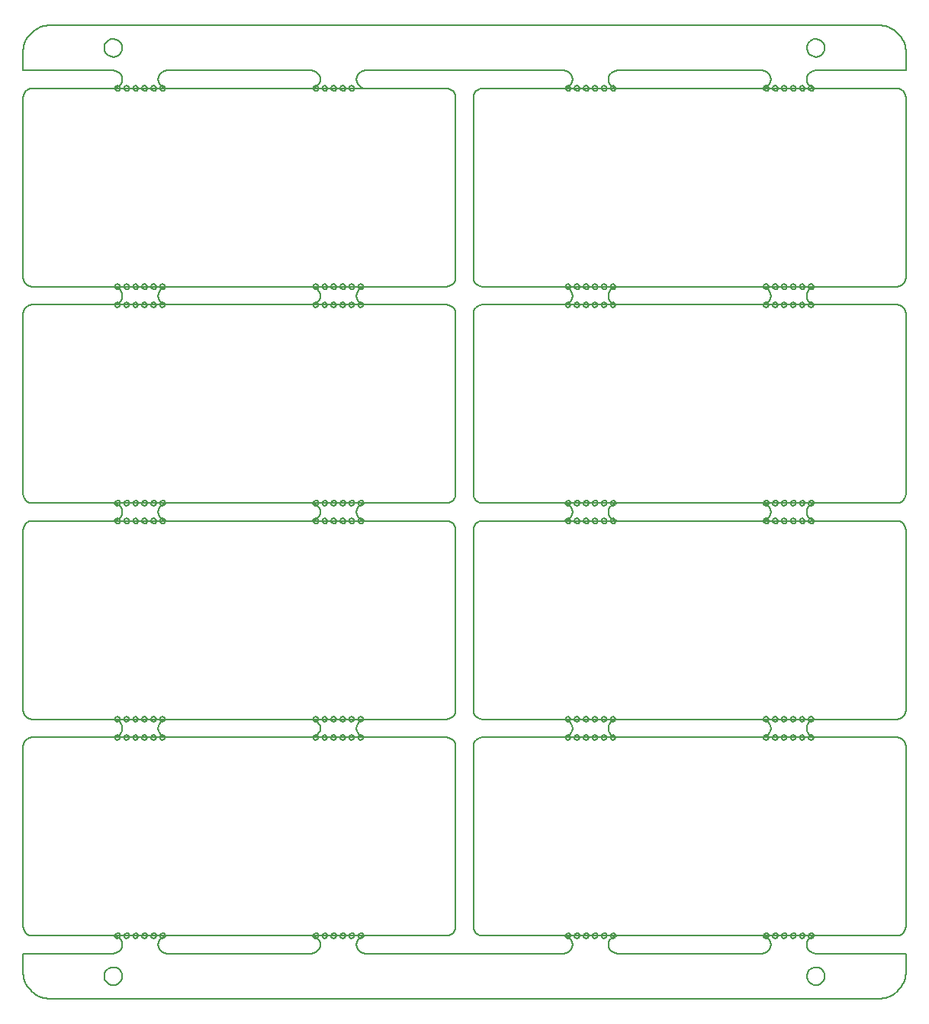
<source format=gbp>
G04*
G04 #@! TF.GenerationSoftware,Altium Limited,Altium Designer,18.0.7 (293)*
G04*
G04 Layer_Color=128*
%FSLAX25Y25*%
%MOIN*%
G70*
G01*
G75*
%ADD21C,0.00787*%
G54D21*
X264020Y554453D02*
X263575Y555376D01*
X262576Y555604D01*
X261774Y554965D01*
Y553940D01*
X262576Y553301D01*
X263575Y553529D01*
X264020Y554453D01*
X283705D02*
X283260Y555376D01*
X282261Y555604D01*
X281459Y554965D01*
Y553940D01*
X282261Y553301D01*
X283260Y553529D01*
X283705Y554453D01*
X567169D02*
X566725Y555376D01*
X565725Y555604D01*
X564924Y554965D01*
Y553940D01*
X565725Y553301D01*
X566725Y553529D01*
X567169Y554453D01*
X480555D02*
X480110Y555376D01*
X479111Y555604D01*
X478310Y554965D01*
Y553940D01*
X479111Y553301D01*
X480110Y553529D01*
X480555Y554453D01*
X283705Y459965D02*
X283260Y460888D01*
X282261Y461116D01*
X281459Y460477D01*
Y459452D01*
X282261Y458813D01*
X283260Y459041D01*
X283705Y459965D01*
Y467839D02*
X283260Y468762D01*
X282261Y468990D01*
X281459Y468351D01*
Y467326D01*
X282261Y466687D01*
X283260Y466915D01*
X283705Y467839D01*
X370319Y459965D02*
X369874Y460888D01*
X368875Y461116D01*
X368074Y460477D01*
Y459452D01*
X368875Y458813D01*
X369874Y459041D01*
X370319Y459965D01*
Y467839D02*
X369874Y468762D01*
X368875Y468990D01*
X368074Y468351D01*
Y467326D01*
X368875Y466687D01*
X369874Y466915D01*
X370319Y467839D01*
X480555Y459965D02*
X480110Y460888D01*
X479111Y461116D01*
X478310Y460477D01*
Y459452D01*
X479111Y458813D01*
X480110Y459041D01*
X480555Y459965D01*
Y467839D02*
X480110Y468762D01*
X479111Y468990D01*
X478310Y468351D01*
Y467326D01*
X479111Y466687D01*
X480110Y466915D01*
X480555Y467839D01*
X567169Y459965D02*
X566725Y460888D01*
X565725Y461116D01*
X564924Y460477D01*
Y459452D01*
X565725Y458813D01*
X566725Y459041D01*
X567169Y459965D01*
Y467839D02*
X566725Y468762D01*
X565725Y468990D01*
X564924Y468351D01*
Y467326D01*
X565725Y466687D01*
X566725Y466915D01*
X567169Y467839D01*
Y365476D02*
X566725Y366400D01*
X565725Y366628D01*
X564924Y365989D01*
Y364964D01*
X565725Y364325D01*
X566725Y364553D01*
X567169Y365476D01*
Y373350D02*
X566725Y374274D01*
X565725Y374502D01*
X564924Y373863D01*
Y372838D01*
X565725Y372199D01*
X566725Y372427D01*
X567169Y373350D01*
X480555Y365476D02*
X480110Y366400D01*
X479111Y366628D01*
X478310Y365989D01*
Y364964D01*
X479111Y364325D01*
X480110Y364553D01*
X480555Y365476D01*
Y373350D02*
X480110Y374274D01*
X479111Y374502D01*
X478310Y373863D01*
Y372838D01*
X479111Y372199D01*
X480110Y372427D01*
X480555Y373350D01*
X370319Y365476D02*
X369874Y366400D01*
X368875Y366628D01*
X368074Y365989D01*
Y364964D01*
X368875Y364325D01*
X369874Y364553D01*
X370319Y365476D01*
Y373350D02*
X369874Y374274D01*
X368875Y374502D01*
X368074Y373863D01*
Y372838D01*
X368875Y372199D01*
X369874Y372427D01*
X370319Y373350D01*
X283705Y365476D02*
X283260Y366400D01*
X282261Y366628D01*
X281459Y365989D01*
Y364964D01*
X282261Y364325D01*
X283260Y364553D01*
X283705Y365476D01*
Y373350D02*
X283260Y374274D01*
X282261Y374502D01*
X281459Y373863D01*
Y372838D01*
X282261Y372199D01*
X283260Y372427D01*
X283705Y373350D01*
X370319Y270988D02*
X369874Y271912D01*
X368875Y272140D01*
X368074Y271501D01*
Y270476D01*
X368875Y269837D01*
X369874Y270065D01*
X370319Y270988D01*
Y278862D02*
X369874Y279786D01*
X368875Y280014D01*
X368074Y279375D01*
Y278350D01*
X368875Y277711D01*
X369874Y277939D01*
X370319Y278862D01*
X283705Y270988D02*
X283260Y271912D01*
X282261Y272140D01*
X281459Y271501D01*
Y270476D01*
X282261Y269837D01*
X283260Y270065D01*
X283705Y270988D01*
Y278862D02*
X283260Y279786D01*
X282261Y280014D01*
X281459Y279375D01*
Y278350D01*
X282261Y277711D01*
X283260Y277939D01*
X283705Y278862D01*
X480555Y270988D02*
X480110Y271912D01*
X479111Y272140D01*
X478310Y271501D01*
Y270476D01*
X479111Y269837D01*
X480110Y270065D01*
X480555Y270988D01*
Y278862D02*
X480110Y279786D01*
X479111Y280014D01*
X478310Y279375D01*
Y278350D01*
X479111Y277711D01*
X480110Y277939D01*
X480555Y278862D01*
X567169Y270988D02*
X566725Y271912D01*
X565725Y272140D01*
X564924Y271501D01*
Y270476D01*
X565725Y269837D01*
X566725Y270065D01*
X567169Y270988D01*
Y278862D02*
X566725Y279786D01*
X565725Y280014D01*
X564924Y279375D01*
Y278350D01*
X565725Y277711D01*
X566725Y277939D01*
X567169Y278862D01*
Y184374D02*
X566725Y185297D01*
X565725Y185526D01*
X564924Y184887D01*
Y183862D01*
X565725Y183222D01*
X566725Y183451D01*
X567169Y184374D01*
X480555D02*
X480110Y185297D01*
X479111Y185526D01*
X478310Y184887D01*
Y183862D01*
X479111Y183222D01*
X480110Y183451D01*
X480555Y184374D01*
X370319D02*
X369874Y185297D01*
X368875Y185526D01*
X368074Y184887D01*
Y183862D01*
X368875Y183222D01*
X369874Y183451D01*
X370319Y184374D01*
X283705D02*
X283260Y185297D01*
X282261Y185526D01*
X281459Y184887D01*
Y183862D01*
X282261Y183222D01*
X283260Y183451D01*
X283705Y184374D01*
X547484D02*
X547040Y185297D01*
X546040Y185526D01*
X545239Y184887D01*
Y183862D01*
X546040Y183222D01*
X547040Y183451D01*
X547484Y184374D01*
X476618D02*
X476173Y185297D01*
X475174Y185526D01*
X474373Y184887D01*
Y183862D01*
X475174Y183222D01*
X476173Y183451D01*
X476618Y184374D01*
X547484Y270988D02*
X547040Y271912D01*
X546040Y272140D01*
X545239Y271501D01*
Y270476D01*
X546040Y269837D01*
X547040Y270065D01*
X547484Y270988D01*
Y278862D02*
X547040Y279786D01*
X546040Y280014D01*
X545239Y279375D01*
Y278350D01*
X546040Y277711D01*
X547040Y277939D01*
X547484Y278862D01*
X476618Y270988D02*
X476173Y271912D01*
X475174Y272140D01*
X474373Y271501D01*
Y270476D01*
X475174Y269837D01*
X476173Y270065D01*
X476618Y270988D01*
Y278862D02*
X476173Y279786D01*
X475174Y280014D01*
X474373Y279375D01*
Y278350D01*
X475174Y277711D01*
X476173Y277939D01*
X476618Y278862D01*
X547484Y365476D02*
X547040Y366400D01*
X546040Y366628D01*
X545239Y365989D01*
Y364964D01*
X546040Y364325D01*
X547040Y364553D01*
X547484Y365476D01*
Y373350D02*
X547040Y374274D01*
X546040Y374502D01*
X545239Y373863D01*
Y372838D01*
X546040Y372199D01*
X547040Y372427D01*
X547484Y373350D01*
X476618Y365476D02*
X476173Y366400D01*
X475174Y366628D01*
X474373Y365989D01*
Y364964D01*
X475174Y364325D01*
X476173Y364553D01*
X476618Y365476D01*
Y373350D02*
X476173Y374274D01*
X475174Y374502D01*
X474373Y373863D01*
Y372838D01*
X475174Y372199D01*
X476173Y372427D01*
X476618Y373350D01*
X547484Y467839D02*
X547040Y468762D01*
X546040Y468990D01*
X545239Y468351D01*
Y467326D01*
X546040Y466687D01*
X547040Y466915D01*
X547484Y467839D01*
Y459965D02*
X547040Y460888D01*
X546040Y461116D01*
X545239Y460477D01*
Y459452D01*
X546040Y458813D01*
X547040Y459041D01*
X547484Y459965D01*
X476618D02*
X476173Y460888D01*
X475174Y461116D01*
X474373Y460477D01*
Y459452D01*
X475174Y458813D01*
X476173Y459041D01*
X476618Y459965D01*
Y467839D02*
X476173Y468762D01*
X475174Y468990D01*
X474373Y468351D01*
Y467326D01*
X475174Y466687D01*
X476173Y466915D01*
X476618Y467839D01*
X547484Y554453D02*
X547040Y555376D01*
X546040Y555604D01*
X545239Y554965D01*
Y553940D01*
X546040Y553301D01*
X547040Y553529D01*
X547484Y554453D01*
X476618D02*
X476173Y555376D01*
X475174Y555604D01*
X474373Y554965D01*
Y553940D01*
X475174Y553301D01*
X476173Y553529D01*
X476618Y554453D01*
X350634D02*
X350189Y555376D01*
X349190Y555604D01*
X348389Y554965D01*
Y553940D01*
X349190Y553301D01*
X350189Y553529D01*
X350634Y554453D01*
X279768D02*
X279323Y555376D01*
X278324Y555604D01*
X277522Y554965D01*
Y553940D01*
X278324Y553301D01*
X279323Y553529D01*
X279768Y554453D01*
X350634Y459965D02*
X350189Y460888D01*
X349190Y461116D01*
X348389Y460477D01*
Y459452D01*
X349190Y458813D01*
X350189Y459041D01*
X350634Y459965D01*
Y467839D02*
X350189Y468762D01*
X349190Y468990D01*
X348389Y468351D01*
Y467326D01*
X349190Y466687D01*
X350189Y466915D01*
X350634Y467839D01*
X279768Y459965D02*
X279323Y460888D01*
X278324Y461116D01*
X277522Y460477D01*
Y459452D01*
X278324Y458813D01*
X279323Y459041D01*
X279768Y459965D01*
Y467839D02*
X279323Y468762D01*
X278324Y468990D01*
X277522Y468351D01*
Y467326D01*
X278324Y466687D01*
X279323Y466915D01*
X279768Y467839D01*
X350634Y365476D02*
X350189Y366400D01*
X349190Y366628D01*
X348389Y365989D01*
Y364964D01*
X349190Y364325D01*
X350189Y364553D01*
X350634Y365476D01*
Y373350D02*
X350189Y374274D01*
X349190Y374502D01*
X348389Y373863D01*
Y372838D01*
X349190Y372199D01*
X350189Y372427D01*
X350634Y373350D01*
X279768Y365476D02*
X279323Y366400D01*
X278324Y366628D01*
X277522Y365989D01*
Y364964D01*
X278324Y364325D01*
X279323Y364553D01*
X279768Y365476D01*
Y373350D02*
X279323Y374274D01*
X278324Y374502D01*
X277522Y373863D01*
Y372838D01*
X278324Y372199D01*
X279323Y372427D01*
X279768Y373350D01*
X350634Y270988D02*
X350189Y271912D01*
X349190Y272140D01*
X348389Y271501D01*
Y270476D01*
X349190Y269837D01*
X350189Y270065D01*
X350634Y270988D01*
Y278862D02*
X350189Y279786D01*
X349190Y280014D01*
X348389Y279375D01*
Y278350D01*
X349190Y277711D01*
X350189Y277939D01*
X350634Y278862D01*
X279768Y270988D02*
X279323Y271912D01*
X278324Y272140D01*
X277522Y271501D01*
Y270476D01*
X278324Y269837D01*
X279323Y270065D01*
X279768Y270988D01*
Y278862D02*
X279323Y279786D01*
X278324Y280014D01*
X277522Y279375D01*
Y278350D01*
X278324Y277711D01*
X279323Y277939D01*
X279768Y278862D01*
X350634Y184374D02*
X350189Y185297D01*
X349190Y185526D01*
X348389Y184887D01*
Y183862D01*
X349190Y183222D01*
X350189Y183451D01*
X350634Y184374D01*
X279768D02*
X279323Y185297D01*
X278324Y185526D01*
X277522Y184887D01*
Y183862D01*
X278324Y183222D01*
X279323Y183451D01*
X279768Y184374D01*
X551421Y270988D02*
X550977Y271912D01*
X549977Y272140D01*
X549176Y271501D01*
Y270476D01*
X549977Y269837D01*
X550977Y270065D01*
X551421Y270988D01*
X555358D02*
X554914Y271912D01*
X553914Y272140D01*
X553113Y271501D01*
Y270476D01*
X553914Y269837D01*
X554914Y270065D01*
X555358Y270988D01*
X559295D02*
X558851Y271912D01*
X557851Y272140D01*
X557050Y271501D01*
Y270476D01*
X557851Y269837D01*
X558851Y270065D01*
X559295Y270988D01*
X563232D02*
X562788Y271912D01*
X561788Y272140D01*
X560987Y271501D01*
Y270476D01*
X561788Y269837D01*
X562788Y270065D01*
X563232Y270988D01*
X551421Y278862D02*
X550977Y279786D01*
X549977Y280014D01*
X549176Y279375D01*
Y278350D01*
X549977Y277711D01*
X550977Y277939D01*
X551421Y278862D01*
X555358D02*
X554914Y279786D01*
X553914Y280014D01*
X553113Y279375D01*
Y278350D01*
X553914Y277711D01*
X554914Y277939D01*
X555358Y278862D01*
X559295D02*
X558851Y279786D01*
X557851Y280014D01*
X557050Y279375D01*
Y278350D01*
X557851Y277711D01*
X558851Y277939D01*
X559295Y278862D01*
X563232D02*
X562788Y279786D01*
X561788Y280014D01*
X560987Y279375D01*
Y278350D01*
X561788Y277711D01*
X562788Y277939D01*
X563232Y278862D01*
X460870Y270988D02*
X460425Y271912D01*
X459426Y272140D01*
X458625Y271501D01*
Y270476D01*
X459426Y269837D01*
X460425Y270065D01*
X460870Y270988D01*
X464807D02*
X464362Y271912D01*
X463363Y272140D01*
X462562Y271501D01*
Y270476D01*
X463363Y269837D01*
X464362Y270065D01*
X464807Y270988D01*
X468744D02*
X468299Y271912D01*
X467300Y272140D01*
X466499Y271501D01*
Y270476D01*
X467300Y269837D01*
X468299Y270065D01*
X468744Y270988D01*
X472681D02*
X472236Y271912D01*
X471237Y272140D01*
X470436Y271501D01*
Y270476D01*
X471237Y269837D01*
X472236Y270065D01*
X472681Y270988D01*
X460870Y278862D02*
X460425Y279786D01*
X459426Y280014D01*
X458625Y279375D01*
Y278350D01*
X459426Y277711D01*
X460425Y277939D01*
X460870Y278862D01*
X464807D02*
X464362Y279786D01*
X463363Y280014D01*
X462562Y279375D01*
Y278350D01*
X463363Y277711D01*
X464362Y277939D01*
X464807Y278862D01*
X468744D02*
X468299Y279786D01*
X467300Y280014D01*
X466499Y279375D01*
Y278350D01*
X467300Y277711D01*
X468299Y277939D01*
X468744Y278862D01*
X472681D02*
X472236Y279786D01*
X471237Y280014D01*
X470436Y279375D01*
Y278350D01*
X471237Y277711D01*
X472236Y277939D01*
X472681Y278862D01*
X551421Y365476D02*
X550977Y366400D01*
X549977Y366628D01*
X549176Y365989D01*
Y364964D01*
X549977Y364325D01*
X550977Y364553D01*
X551421Y365476D01*
X555358D02*
X554914Y366400D01*
X553914Y366628D01*
X553113Y365989D01*
Y364964D01*
X553914Y364325D01*
X554914Y364553D01*
X555358Y365476D01*
X559295D02*
X558851Y366400D01*
X557851Y366628D01*
X557050Y365989D01*
Y364964D01*
X557851Y364325D01*
X558851Y364553D01*
X559295Y365476D01*
X563232D02*
X562788Y366400D01*
X561788Y366628D01*
X560987Y365989D01*
Y364964D01*
X561788Y364325D01*
X562788Y364553D01*
X563232Y365476D01*
X551421Y373350D02*
X550977Y374274D01*
X549977Y374502D01*
X549176Y373863D01*
Y372838D01*
X549977Y372199D01*
X550977Y372427D01*
X551421Y373350D01*
X555358D02*
X554914Y374274D01*
X553914Y374502D01*
X553113Y373863D01*
Y372838D01*
X553914Y372199D01*
X554914Y372427D01*
X555358Y373350D01*
X559295D02*
X558851Y374274D01*
X557851Y374502D01*
X557050Y373863D01*
Y372838D01*
X557851Y372199D01*
X558851Y372427D01*
X559295Y373350D01*
X563232D02*
X562788Y374274D01*
X561788Y374502D01*
X560987Y373863D01*
Y372838D01*
X561788Y372199D01*
X562788Y372427D01*
X563232Y373350D01*
X460870Y365476D02*
X460425Y366400D01*
X459426Y366628D01*
X458625Y365989D01*
Y364964D01*
X459426Y364325D01*
X460425Y364553D01*
X460870Y365476D01*
X464807D02*
X464362Y366400D01*
X463363Y366628D01*
X462562Y365989D01*
Y364964D01*
X463363Y364325D01*
X464362Y364553D01*
X464807Y365476D01*
X468744D02*
X468299Y366400D01*
X467300Y366628D01*
X466499Y365989D01*
Y364964D01*
X467300Y364325D01*
X468299Y364553D01*
X468744Y365476D01*
X472681D02*
X472236Y366400D01*
X471237Y366628D01*
X470436Y365989D01*
Y364964D01*
X471237Y364325D01*
X472236Y364553D01*
X472681Y365476D01*
X460870Y373350D02*
X460425Y374274D01*
X459426Y374502D01*
X458625Y373863D01*
Y372838D01*
X459426Y372199D01*
X460425Y372427D01*
X460870Y373350D01*
X464807D02*
X464362Y374274D01*
X463363Y374502D01*
X462562Y373863D01*
Y372838D01*
X463363Y372199D01*
X464362Y372427D01*
X464807Y373350D01*
X468744D02*
X468299Y374274D01*
X467300Y374502D01*
X466499Y373863D01*
Y372838D01*
X467300Y372199D01*
X468299Y372427D01*
X468744Y373350D01*
X472681D02*
X472236Y374274D01*
X471237Y374502D01*
X470436Y373863D01*
Y372838D01*
X471237Y372199D01*
X472236Y372427D01*
X472681Y373350D01*
X551421Y459965D02*
X550977Y460888D01*
X549977Y461116D01*
X549176Y460477D01*
Y459452D01*
X549977Y458813D01*
X550977Y459041D01*
X551421Y459965D01*
X555358D02*
X554914Y460888D01*
X553914Y461116D01*
X553113Y460477D01*
Y459452D01*
X553914Y458813D01*
X554914Y459041D01*
X555358Y459965D01*
X559295D02*
X558851Y460888D01*
X557851Y461116D01*
X557050Y460477D01*
Y459452D01*
X557851Y458813D01*
X558851Y459041D01*
X559295Y459965D01*
X563232D02*
X562788Y460888D01*
X561788Y461116D01*
X560987Y460477D01*
Y459452D01*
X561788Y458813D01*
X562788Y459041D01*
X563232Y459965D01*
X551421Y467839D02*
X550977Y468762D01*
X549977Y468990D01*
X549176Y468351D01*
Y467326D01*
X549977Y466687D01*
X550977Y466915D01*
X551421Y467839D01*
X555358D02*
X554914Y468762D01*
X553914Y468990D01*
X553113Y468351D01*
Y467326D01*
X553914Y466687D01*
X554914Y466915D01*
X555358Y467839D01*
X559295D02*
X558851Y468762D01*
X557851Y468990D01*
X557050Y468351D01*
Y467326D01*
X557851Y466687D01*
X558851Y466915D01*
X559295Y467839D01*
X563232D02*
X562788Y468762D01*
X561788Y468990D01*
X560987Y468351D01*
Y467326D01*
X561788Y466687D01*
X562788Y466915D01*
X563232Y467839D01*
X460870Y459965D02*
X460425Y460888D01*
X459426Y461116D01*
X458625Y460477D01*
Y459452D01*
X459426Y458813D01*
X460425Y459041D01*
X460870Y459965D01*
X464807D02*
X464362Y460888D01*
X463363Y461116D01*
X462562Y460477D01*
Y459452D01*
X463363Y458813D01*
X464362Y459041D01*
X464807Y459965D01*
X468744D02*
X468299Y460888D01*
X467300Y461116D01*
X466499Y460477D01*
Y459452D01*
X467300Y458813D01*
X468299Y459041D01*
X468744Y459965D01*
X472681D02*
X472236Y460888D01*
X471237Y461116D01*
X470436Y460477D01*
Y459452D01*
X471237Y458813D01*
X472236Y459041D01*
X472681Y459965D01*
X460870Y467839D02*
X460425Y468762D01*
X459426Y468990D01*
X458625Y468351D01*
Y467326D01*
X459426Y466687D01*
X460425Y466915D01*
X460870Y467839D01*
X464807D02*
X464362Y468762D01*
X463363Y468990D01*
X462562Y468351D01*
Y467326D01*
X463363Y466687D01*
X464362Y466915D01*
X464807Y467839D01*
X468744D02*
X468299Y468762D01*
X467300Y468990D01*
X466499Y468351D01*
Y467326D01*
X467300Y466687D01*
X468299Y466915D01*
X468744Y467839D01*
X472681D02*
X472236Y468762D01*
X471237Y468990D01*
X470436Y468351D01*
Y467326D01*
X471237Y466687D01*
X472236Y466915D01*
X472681Y467839D01*
X551421Y554453D02*
X550977Y555376D01*
X549977Y555604D01*
X549176Y554965D01*
Y553940D01*
X549977Y553301D01*
X550977Y553529D01*
X551421Y554453D01*
X555358D02*
X554914Y555376D01*
X553914Y555604D01*
X553113Y554965D01*
Y553940D01*
X553914Y553301D01*
X554914Y553529D01*
X555358Y554453D01*
X559295D02*
X558851Y555376D01*
X557851Y555604D01*
X557050Y554965D01*
Y553940D01*
X557851Y553301D01*
X558851Y553529D01*
X559295Y554453D01*
X563232D02*
X562788Y555376D01*
X561788Y555604D01*
X560987Y554965D01*
Y553940D01*
X561788Y553301D01*
X562788Y553529D01*
X563232Y554453D01*
X460870D02*
X460425Y555376D01*
X459426Y555604D01*
X458625Y554965D01*
Y553940D01*
X459426Y553301D01*
X460425Y553529D01*
X460870Y554453D01*
X464807D02*
X464362Y555376D01*
X463363Y555604D01*
X462562Y554965D01*
Y553940D01*
X463363Y553301D01*
X464362Y553529D01*
X464807Y554453D01*
X468744D02*
X468299Y555376D01*
X467300Y555604D01*
X466499Y554965D01*
Y553940D01*
X467300Y553301D01*
X468299Y553529D01*
X468744Y554453D01*
X472681D02*
X472236Y555376D01*
X471237Y555604D01*
X470436Y554965D01*
Y553940D01*
X471237Y553301D01*
X472236Y553529D01*
X472681Y554453D01*
X354571D02*
X354126Y555376D01*
X353127Y555604D01*
X352326Y554965D01*
Y553940D01*
X353127Y553301D01*
X354126Y553529D01*
X354571Y554453D01*
X358508D02*
X358063Y555376D01*
X357064Y555604D01*
X356263Y554965D01*
Y553940D01*
X357064Y553301D01*
X358063Y553529D01*
X358508Y554453D01*
X362445D02*
X362000Y555376D01*
X361001Y555604D01*
X360200Y554965D01*
Y553940D01*
X361001Y553301D01*
X362000Y553529D01*
X362445Y554453D01*
X366382D02*
X365937Y555376D01*
X364938Y555604D01*
X364137Y554965D01*
Y553940D01*
X364938Y553301D01*
X365937Y553529D01*
X366382Y554453D01*
X267957D02*
X267512Y555376D01*
X266513Y555604D01*
X265711Y554965D01*
Y553940D01*
X266513Y553301D01*
X267512Y553529D01*
X267957Y554453D01*
X271894D02*
X271449Y555376D01*
X270450Y555604D01*
X269649Y554965D01*
Y553940D01*
X270450Y553301D01*
X271449Y553529D01*
X271894Y554453D01*
X275831D02*
X275386Y555376D01*
X274387Y555604D01*
X273586Y554965D01*
Y553940D01*
X274387Y553301D01*
X275386Y553529D01*
X275831Y554453D01*
X354571Y459965D02*
X354126Y460888D01*
X353127Y461116D01*
X352326Y460477D01*
Y459452D01*
X353127Y458813D01*
X354126Y459041D01*
X354571Y459965D01*
X358508D02*
X358063Y460888D01*
X357064Y461116D01*
X356263Y460477D01*
Y459452D01*
X357064Y458813D01*
X358063Y459041D01*
X358508Y459965D01*
X362445D02*
X362000Y460888D01*
X361001Y461116D01*
X360200Y460477D01*
Y459452D01*
X361001Y458813D01*
X362000Y459041D01*
X362445Y459965D01*
X366382D02*
X365937Y460888D01*
X364938Y461116D01*
X364137Y460477D01*
Y459452D01*
X364938Y458813D01*
X365937Y459041D01*
X366382Y459965D01*
X354571Y467839D02*
X354126Y468762D01*
X353127Y468990D01*
X352326Y468351D01*
Y467326D01*
X353127Y466687D01*
X354126Y466915D01*
X354571Y467839D01*
X358508D02*
X358063Y468762D01*
X357064Y468990D01*
X356263Y468351D01*
Y467326D01*
X357064Y466687D01*
X358063Y466915D01*
X358508Y467839D01*
X362445D02*
X362000Y468762D01*
X361001Y468990D01*
X360200Y468351D01*
Y467326D01*
X361001Y466687D01*
X362000Y466915D01*
X362445Y467839D01*
X366382D02*
X365937Y468762D01*
X364938Y468990D01*
X364137Y468351D01*
Y467326D01*
X364938Y466687D01*
X365937Y466915D01*
X366382Y467839D01*
X264020Y459965D02*
X263575Y460888D01*
X262576Y461116D01*
X261774Y460477D01*
Y459452D01*
X262576Y458813D01*
X263575Y459041D01*
X264020Y459965D01*
X267957D02*
X267512Y460888D01*
X266513Y461116D01*
X265711Y460477D01*
Y459452D01*
X266513Y458813D01*
X267512Y459041D01*
X267957Y459965D01*
X271894D02*
X271449Y460888D01*
X270450Y461116D01*
X269649Y460477D01*
Y459452D01*
X270450Y458813D01*
X271449Y459041D01*
X271894Y459965D01*
X275831D02*
X275386Y460888D01*
X274387Y461116D01*
X273586Y460477D01*
Y459452D01*
X274387Y458813D01*
X275386Y459041D01*
X275831Y459965D01*
X264020Y467839D02*
X263575Y468762D01*
X262576Y468990D01*
X261774Y468351D01*
Y467326D01*
X262576Y466687D01*
X263575Y466915D01*
X264020Y467839D01*
X267957D02*
X267512Y468762D01*
X266513Y468990D01*
X265711Y468351D01*
Y467326D01*
X266513Y466687D01*
X267512Y466915D01*
X267957Y467839D01*
X271894D02*
X271449Y468762D01*
X270450Y468990D01*
X269649Y468351D01*
Y467326D01*
X270450Y466687D01*
X271449Y466915D01*
X271894Y467839D01*
X275831D02*
X275386Y468762D01*
X274387Y468990D01*
X273586Y468351D01*
Y467326D01*
X274387Y466687D01*
X275386Y466915D01*
X275831Y467839D01*
X354571Y365476D02*
X354126Y366400D01*
X353127Y366628D01*
X352326Y365989D01*
Y364964D01*
X353127Y364325D01*
X354126Y364553D01*
X354571Y365476D01*
X358508D02*
X358063Y366400D01*
X357064Y366628D01*
X356263Y365989D01*
Y364964D01*
X357064Y364325D01*
X358063Y364553D01*
X358508Y365476D01*
X362445D02*
X362000Y366400D01*
X361001Y366628D01*
X360200Y365989D01*
Y364964D01*
X361001Y364325D01*
X362000Y364553D01*
X362445Y365476D01*
X366382D02*
X365937Y366400D01*
X364938Y366628D01*
X364137Y365989D01*
Y364964D01*
X364938Y364325D01*
X365937Y364553D01*
X366382Y365476D01*
X354571Y373350D02*
X354126Y374274D01*
X353127Y374502D01*
X352326Y373863D01*
Y372838D01*
X353127Y372199D01*
X354126Y372427D01*
X354571Y373350D01*
X358508D02*
X358063Y374274D01*
X357064Y374502D01*
X356263Y373863D01*
Y372838D01*
X357064Y372199D01*
X358063Y372427D01*
X358508Y373350D01*
X362445D02*
X362000Y374274D01*
X361001Y374502D01*
X360200Y373863D01*
Y372838D01*
X361001Y372199D01*
X362000Y372427D01*
X362445Y373350D01*
X366382D02*
X365937Y374274D01*
X364938Y374502D01*
X364137Y373863D01*
Y372838D01*
X364938Y372199D01*
X365937Y372427D01*
X366382Y373350D01*
X264020Y365476D02*
X263575Y366400D01*
X262576Y366628D01*
X261774Y365989D01*
Y364964D01*
X262576Y364325D01*
X263575Y364553D01*
X264020Y365476D01*
X267957D02*
X267512Y366400D01*
X266513Y366628D01*
X265711Y365989D01*
Y364964D01*
X266513Y364325D01*
X267512Y364553D01*
X267957Y365476D01*
X271894D02*
X271449Y366400D01*
X270450Y366628D01*
X269649Y365989D01*
Y364964D01*
X270450Y364325D01*
X271449Y364553D01*
X271894Y365476D01*
X275831D02*
X275386Y366400D01*
X274387Y366628D01*
X273586Y365989D01*
Y364964D01*
X274387Y364325D01*
X275386Y364553D01*
X275831Y365476D01*
X264020Y373350D02*
X263575Y374274D01*
X262576Y374502D01*
X261774Y373863D01*
Y372838D01*
X262576Y372199D01*
X263575Y372427D01*
X264020Y373350D01*
X267957D02*
X267512Y374274D01*
X266513Y374502D01*
X265711Y373863D01*
Y372838D01*
X266513Y372199D01*
X267512Y372427D01*
X267957Y373350D01*
X271894D02*
X271449Y374274D01*
X270450Y374502D01*
X269649Y373863D01*
Y372838D01*
X270450Y372199D01*
X271449Y372427D01*
X271894Y373350D01*
X275831D02*
X275386Y374274D01*
X274387Y374502D01*
X273586Y373863D01*
Y372838D01*
X274387Y372199D01*
X275386Y372427D01*
X275831Y373350D01*
X354571Y270988D02*
X354126Y271912D01*
X353127Y272140D01*
X352326Y271501D01*
Y270476D01*
X353127Y269837D01*
X354126Y270065D01*
X354571Y270988D01*
X358508D02*
X358063Y271912D01*
X357064Y272140D01*
X356263Y271501D01*
Y270476D01*
X357064Y269837D01*
X358063Y270065D01*
X358508Y270988D01*
X362445D02*
X362000Y271912D01*
X361001Y272140D01*
X360200Y271501D01*
Y270476D01*
X361001Y269837D01*
X362000Y270065D01*
X362445Y270988D01*
X366382D02*
X365937Y271912D01*
X364938Y272140D01*
X364137Y271501D01*
Y270476D01*
X364938Y269837D01*
X365937Y270065D01*
X366382Y270988D01*
X354571Y278862D02*
X354126Y279786D01*
X353127Y280014D01*
X352326Y279375D01*
Y278350D01*
X353127Y277711D01*
X354126Y277939D01*
X354571Y278862D01*
X358508D02*
X358063Y279786D01*
X357064Y280014D01*
X356263Y279375D01*
Y278350D01*
X357064Y277711D01*
X358063Y277939D01*
X358508Y278862D01*
X362445D02*
X362000Y279786D01*
X361001Y280014D01*
X360200Y279375D01*
Y278350D01*
X361001Y277711D01*
X362000Y277939D01*
X362445Y278862D01*
X366382D02*
X365937Y279786D01*
X364938Y280014D01*
X364137Y279375D01*
Y278350D01*
X364938Y277711D01*
X365937Y277939D01*
X366382Y278862D01*
X264020D02*
X263575Y279786D01*
X262576Y280014D01*
X261774Y279375D01*
Y278350D01*
X262576Y277711D01*
X263575Y277939D01*
X264020Y278862D01*
X267957D02*
X267512Y279786D01*
X266513Y280014D01*
X265711Y279375D01*
Y278350D01*
X266513Y277711D01*
X267512Y277939D01*
X267957Y278862D01*
X271894D02*
X271449Y279786D01*
X270450Y280014D01*
X269649Y279375D01*
Y278350D01*
X270450Y277711D01*
X271449Y277939D01*
X271894Y278862D01*
X275831D02*
X275386Y279786D01*
X274387Y280014D01*
X273586Y279375D01*
Y278350D01*
X274387Y277711D01*
X275386Y277939D01*
X275831Y278862D01*
X264020Y270988D02*
X263575Y271912D01*
X262576Y272140D01*
X261774Y271501D01*
Y270476D01*
X262576Y269837D01*
X263575Y270065D01*
X264020Y270988D01*
X267957D02*
X267512Y271912D01*
X266513Y272140D01*
X265711Y271501D01*
Y270476D01*
X266513Y269837D01*
X267512Y270065D01*
X267957Y270988D01*
X271894D02*
X271449Y271912D01*
X270450Y272140D01*
X269649Y271501D01*
Y270476D01*
X270450Y269837D01*
X271449Y270065D01*
X271894Y270988D01*
X275831D02*
X275386Y271912D01*
X274387Y272140D01*
X273586Y271501D01*
Y270476D01*
X274387Y269837D01*
X275386Y270065D01*
X275831Y270988D01*
X551421Y184374D02*
X550977Y185297D01*
X549977Y185526D01*
X549176Y184887D01*
Y183862D01*
X549977Y183222D01*
X550977Y183451D01*
X551421Y184374D01*
X555358D02*
X554914Y185297D01*
X553914Y185526D01*
X553113Y184887D01*
Y183862D01*
X553914Y183222D01*
X554914Y183451D01*
X555358Y184374D01*
X559295D02*
X558851Y185297D01*
X557851Y185526D01*
X557050Y184887D01*
Y183862D01*
X557851Y183222D01*
X558851Y183451D01*
X559295Y184374D01*
X563232D02*
X562788Y185297D01*
X561788Y185526D01*
X560987Y184887D01*
Y183862D01*
X561788Y183222D01*
X562788Y183451D01*
X563232Y184374D01*
X460870D02*
X460425Y185297D01*
X459426Y185526D01*
X458625Y184887D01*
Y183862D01*
X459426Y183222D01*
X460425Y183451D01*
X460870Y184374D01*
X464807D02*
X464362Y185297D01*
X463363Y185526D01*
X462562Y184887D01*
Y183862D01*
X463363Y183222D01*
X464362Y183451D01*
X464807Y184374D01*
X468744D02*
X468299Y185297D01*
X467300Y185526D01*
X466499Y184887D01*
Y183862D01*
X467300Y183222D01*
X468299Y183451D01*
X468744Y184374D01*
X472681D02*
X472236Y185297D01*
X471237Y185526D01*
X470436Y184887D01*
Y183862D01*
X471237Y183222D01*
X472236Y183451D01*
X472681Y184374D01*
X366382D02*
X365937Y185297D01*
X364938Y185526D01*
X364137Y184887D01*
Y183862D01*
X364938Y183222D01*
X365937Y183451D01*
X366382Y184374D01*
X362445D02*
X362000Y185297D01*
X361001Y185526D01*
X360200Y184887D01*
Y183862D01*
X361001Y183222D01*
X362000Y183451D01*
X362445Y184374D01*
X358508D02*
X358063Y185297D01*
X357064Y185526D01*
X356263Y184887D01*
Y183862D01*
X357064Y183222D01*
X358063Y183451D01*
X358508Y184374D01*
X354571D02*
X354126Y185297D01*
X353127Y185526D01*
X352326Y184887D01*
Y183862D01*
X353127Y183222D01*
X354126Y183451D01*
X354571Y184374D01*
X275831D02*
X275386Y185297D01*
X274387Y185526D01*
X273586Y184887D01*
Y183862D01*
X274387Y183222D01*
X275386Y183451D01*
X275831Y184374D01*
X271894D02*
X271449Y185297D01*
X270450Y185526D01*
X269649Y184887D01*
Y183862D01*
X270450Y183222D01*
X271449Y183451D01*
X271894Y184374D01*
X267957D02*
X267512Y185297D01*
X266513Y185526D01*
X265711Y184887D01*
Y183862D01*
X266513Y183222D01*
X267512Y183451D01*
X267957Y184374D01*
X264020D02*
X263575Y185297D01*
X262576Y185526D01*
X261774Y184887D01*
Y183862D01*
X262576Y183222D01*
X263575Y183451D01*
X264020Y184374D01*
X418350Y188311D02*
X418484Y187292D01*
X418878Y186343D01*
X419503Y185527D01*
X420319Y184901D01*
X421268Y184508D01*
X422287Y184374D01*
X406539D02*
X407558Y184508D01*
X408508Y184901D01*
X409323Y185527D01*
X409949Y186343D01*
X410342Y187292D01*
X410476Y188311D01*
X603390Y184374D02*
X604409Y184508D01*
X605358Y184901D01*
X606174Y185527D01*
X606799Y186343D01*
X607193Y187292D01*
X607327Y188311D01*
X603390Y278862D02*
X604409Y278996D01*
X605358Y279390D01*
X606174Y280015D01*
X606799Y280831D01*
X607193Y281780D01*
X607327Y282799D01*
X607327Y267051D02*
X607193Y268070D01*
X606799Y269020D01*
X606174Y269835D01*
X605358Y270461D01*
X604409Y270854D01*
X603390Y270988D01*
Y373350D02*
X604409Y373484D01*
X605358Y373878D01*
X606174Y374503D01*
X606799Y375319D01*
X607193Y376268D01*
X607327Y377287D01*
X607327Y361539D02*
X607193Y362558D01*
X606799Y363508D01*
X606174Y364323D01*
X605358Y364949D01*
X604409Y365342D01*
X603390Y365476D01*
Y467839D02*
X604409Y467973D01*
X605358Y468366D01*
X606174Y468992D01*
X606799Y469807D01*
X607193Y470757D01*
X607327Y471776D01*
X607327Y456028D02*
X607193Y457047D01*
X606799Y457996D01*
X606174Y458811D01*
X605358Y459437D01*
X604409Y459830D01*
X603390Y459965D01*
X607327Y550516D02*
X607193Y551535D01*
X606799Y552484D01*
X606174Y553300D01*
X605358Y553925D01*
X604409Y554319D01*
X603390Y554453D01*
X225437D02*
X224418Y554319D01*
X223468Y553925D01*
X222653Y553300D01*
X222027Y552484D01*
X221634Y551535D01*
X221500Y550516D01*
Y282799D02*
X221634Y281780D01*
X222027Y280831D01*
X222653Y280015D01*
X223468Y279390D01*
X224418Y278996D01*
X225437Y278862D01*
Y270988D02*
X224418Y270854D01*
X223468Y270461D01*
X222653Y269835D01*
X222027Y269020D01*
X221634Y268070D01*
X221500Y267051D01*
Y377287D02*
X221634Y376268D01*
X222027Y375319D01*
X222653Y374503D01*
X223468Y373878D01*
X224418Y373484D01*
X225437Y373350D01*
Y365476D02*
X224418Y365342D01*
X223468Y364949D01*
X222653Y364323D01*
X222027Y363508D01*
X221634Y362558D01*
X221500Y361539D01*
Y471776D02*
X221634Y470757D01*
X222027Y469807D01*
X222653Y468992D01*
X223468Y468366D01*
X224418Y467973D01*
X225437Y467839D01*
Y459965D02*
X224418Y459830D01*
X223468Y459437D01*
X222653Y458811D01*
X222027Y457996D01*
X221634Y457047D01*
X221500Y456028D01*
X410476Y550516D02*
X410342Y551535D01*
X409949Y552484D01*
X409323Y553300D01*
X408508Y553925D01*
X407558Y554319D01*
X406539Y554453D01*
X422287D02*
X421268Y554319D01*
X420319Y553925D01*
X419503Y553300D01*
X418878Y552484D01*
X418484Y551535D01*
X418350Y550516D01*
X406539Y467839D02*
X407558Y467973D01*
X408508Y468366D01*
X409323Y468992D01*
X409949Y469807D01*
X410342Y470757D01*
X410476Y471776D01*
X418350D02*
X418484Y470757D01*
X418878Y469807D01*
X419503Y468992D01*
X420319Y468366D01*
X421268Y467973D01*
X422287Y467839D01*
X410476Y456028D02*
X410342Y457047D01*
X409949Y457996D01*
X409323Y458811D01*
X408508Y459437D01*
X407558Y459830D01*
X406539Y459965D01*
X422287D02*
X421268Y459830D01*
X420319Y459437D01*
X419503Y458811D01*
X418878Y457996D01*
X418484Y457047D01*
X418350Y456028D01*
X406539Y373350D02*
X407558Y373484D01*
X408508Y373878D01*
X409323Y374503D01*
X409949Y375319D01*
X410342Y376268D01*
X410476Y377287D01*
X418350D02*
X418484Y376268D01*
X418878Y375319D01*
X419503Y374503D01*
X420319Y373878D01*
X421268Y373484D01*
X422287Y373350D01*
X410476Y361539D02*
X410342Y362558D01*
X409949Y363508D01*
X409323Y364323D01*
X408508Y364949D01*
X407558Y365342D01*
X406539Y365476D01*
X422287D02*
X421268Y365342D01*
X420319Y364949D01*
X419503Y364323D01*
X418878Y363508D01*
X418484Y362558D01*
X418350Y361539D01*
X422287Y270988D02*
X421268Y270854D01*
X420319Y270461D01*
X419503Y269835D01*
X418878Y269020D01*
X418484Y268070D01*
X418350Y267051D01*
X410476D02*
X410342Y268070D01*
X409949Y269020D01*
X409323Y269835D01*
X408508Y270461D01*
X407558Y270854D01*
X406539Y270988D01*
X418350Y282799D02*
X418484Y281780D01*
X418878Y280831D01*
X419503Y280015D01*
X420319Y279390D01*
X421268Y278996D01*
X422287Y278862D01*
X406539D02*
X407558Y278996D01*
X408508Y279390D01*
X409323Y280015D01*
X409949Y280831D01*
X410342Y281780D01*
X410476Y282799D01*
X457721Y270988D02*
X458739Y271122D01*
X459689Y271516D01*
X460504Y272141D01*
X461130Y272957D01*
X461523Y273906D01*
X461657Y274925D01*
X461523Y275944D01*
X461130Y276894D01*
X460504Y277709D01*
X459689Y278335D01*
X458739Y278728D01*
X457721Y278862D01*
X481343D02*
X480324Y278728D01*
X479374Y278335D01*
X478559Y277709D01*
X477933Y276894D01*
X477540Y275944D01*
X477406Y274925D01*
X477540Y273906D01*
X477933Y272957D01*
X478559Y272141D01*
X479374Y271516D01*
X480324Y271122D01*
X481343Y270988D01*
X544335D02*
X545354Y271122D01*
X546303Y271516D01*
X547119Y272141D01*
X547744Y272957D01*
X548138Y273906D01*
X548272Y274925D01*
X548138Y275944D01*
X547744Y276894D01*
X547119Y277709D01*
X546303Y278335D01*
X545354Y278728D01*
X544335Y278862D01*
X567957D02*
X566938Y278728D01*
X565988Y278335D01*
X565173Y277709D01*
X564547Y276894D01*
X564154Y275944D01*
X564020Y274925D01*
X564154Y273906D01*
X564547Y272957D01*
X565173Y272141D01*
X565988Y271516D01*
X566938Y271122D01*
X567957Y270988D01*
X457721Y365476D02*
X458739Y365611D01*
X459689Y366004D01*
X460504Y366630D01*
X461130Y367445D01*
X461523Y368394D01*
X461657Y369413D01*
X461523Y370432D01*
X461130Y371382D01*
X460504Y372197D01*
X459689Y372823D01*
X458739Y373216D01*
X457721Y373350D01*
X481343D02*
X480324Y373216D01*
X479374Y372823D01*
X478559Y372197D01*
X477933Y371382D01*
X477540Y370432D01*
X477406Y369413D01*
X477540Y368394D01*
X477933Y367445D01*
X478559Y366630D01*
X479374Y366004D01*
X480324Y365611D01*
X481343Y365476D01*
X544335D02*
X545354Y365611D01*
X546303Y366004D01*
X547119Y366630D01*
X547744Y367445D01*
X548138Y368394D01*
X548272Y369413D01*
X548138Y370432D01*
X547744Y371382D01*
X547119Y372197D01*
X546303Y372823D01*
X545354Y373216D01*
X544335Y373350D01*
X567957D02*
X566938Y373216D01*
X565988Y372823D01*
X565173Y372197D01*
X564547Y371382D01*
X564154Y370432D01*
X564020Y369413D01*
X564154Y368394D01*
X564547Y367445D01*
X565173Y366630D01*
X565988Y366004D01*
X566938Y365611D01*
X567957Y365476D01*
X457721Y459965D02*
X458739Y460099D01*
X459689Y460492D01*
X460504Y461118D01*
X461130Y461933D01*
X461523Y462883D01*
X461657Y463902D01*
X461523Y464921D01*
X461130Y465870D01*
X460504Y466685D01*
X459689Y467311D01*
X458739Y467704D01*
X457721Y467839D01*
X481343D02*
X480324Y467704D01*
X479374Y467311D01*
X478559Y466685D01*
X477933Y465870D01*
X477540Y464921D01*
X477406Y463902D01*
X477540Y462883D01*
X477933Y461933D01*
X478559Y461118D01*
X479374Y460492D01*
X480324Y460099D01*
X481343Y459965D01*
X544335D02*
X545354Y460099D01*
X546303Y460492D01*
X547119Y461118D01*
X547744Y461933D01*
X548138Y462883D01*
X548272Y463902D01*
X548138Y464921D01*
X547744Y465870D01*
X547119Y466685D01*
X546303Y467311D01*
X545354Y467704D01*
X544335Y467839D01*
X567957D02*
X566938Y467704D01*
X565988Y467311D01*
X565173Y466685D01*
X564547Y465870D01*
X564154Y464921D01*
X564020Y463902D01*
X564154Y462883D01*
X564547Y461933D01*
X565173Y461118D01*
X565988Y460492D01*
X566938Y460099D01*
X567957Y459965D01*
X457721Y554453D02*
X458739Y554587D01*
X459689Y554980D01*
X460504Y555606D01*
X461130Y556421D01*
X461523Y557371D01*
X461657Y558390D01*
X461523Y559409D01*
X461130Y560358D01*
X460504Y561174D01*
X459689Y561799D01*
X458739Y562193D01*
X457721Y562327D01*
X481343D02*
X480324Y562193D01*
X479374Y561799D01*
X478559Y561174D01*
X477933Y560358D01*
X477540Y559409D01*
X477406Y558390D01*
X477540Y557371D01*
X477933Y556421D01*
X478559Y555606D01*
X479374Y554980D01*
X480324Y554587D01*
X481343Y554453D01*
X544335D02*
X545354Y554587D01*
X546303Y554980D01*
X547119Y555606D01*
X547744Y556421D01*
X548138Y557371D01*
X548272Y558390D01*
X548138Y559409D01*
X547744Y560358D01*
X547119Y561174D01*
X546303Y561799D01*
X545354Y562193D01*
X544335Y562327D01*
X567957D02*
X566938Y562193D01*
X565988Y561799D01*
X565173Y561174D01*
X564547Y560358D01*
X564154Y559409D01*
X564020Y558390D01*
X564154Y557371D01*
X564547Y556421D01*
X565173Y555606D01*
X565988Y554980D01*
X566938Y554587D01*
X567957Y554453D01*
X260870D02*
X261889Y554587D01*
X262839Y554980D01*
X263654Y555606D01*
X264280Y556421D01*
X264673Y557371D01*
X264807Y558390D01*
X264673Y559409D01*
X264280Y560358D01*
X263654Y561174D01*
X262839Y561799D01*
X261889Y562193D01*
X260870Y562327D01*
X284492D02*
X283473Y562193D01*
X282524Y561799D01*
X281708Y561174D01*
X281083Y560358D01*
X280689Y559409D01*
X280555Y558390D01*
X280689Y557371D01*
X281083Y556421D01*
X281708Y555606D01*
X282524Y554980D01*
X283473Y554587D01*
X284492Y554453D01*
X347484D02*
X348503Y554587D01*
X349453Y554980D01*
X350268Y555606D01*
X350894Y556421D01*
X351287Y557371D01*
X351421Y558390D01*
X351287Y559409D01*
X350894Y560358D01*
X350268Y561174D01*
X349453Y561799D01*
X348503Y562193D01*
X347484Y562327D01*
X371106D02*
X370087Y562193D01*
X369138Y561799D01*
X368322Y561174D01*
X367697Y560358D01*
X367303Y559409D01*
X367169Y558390D01*
X367303Y557371D01*
X367697Y556421D01*
X368322Y555606D01*
X369138Y554980D01*
X370087Y554587D01*
X371106Y554453D01*
X260870Y459965D02*
X261889Y460099D01*
X262839Y460492D01*
X263654Y461118D01*
X264280Y461933D01*
X264673Y462883D01*
X264807Y463902D01*
X264673Y464921D01*
X264280Y465870D01*
X263654Y466685D01*
X262839Y467311D01*
X261889Y467704D01*
X260870Y467839D01*
X284492D02*
X283473Y467704D01*
X282524Y467311D01*
X281708Y466685D01*
X281083Y465870D01*
X280689Y464921D01*
X280555Y463902D01*
X280689Y462883D01*
X281083Y461933D01*
X281708Y461118D01*
X282524Y460492D01*
X283473Y460099D01*
X284492Y459965D01*
X347484D02*
X348503Y460099D01*
X349453Y460492D01*
X350268Y461118D01*
X350894Y461933D01*
X351287Y462883D01*
X351421Y463902D01*
X351287Y464921D01*
X350894Y465870D01*
X350268Y466685D01*
X349453Y467311D01*
X348503Y467704D01*
X347484Y467839D01*
X371106D02*
X370087Y467704D01*
X369138Y467311D01*
X368322Y466685D01*
X367697Y465870D01*
X367303Y464921D01*
X367169Y463902D01*
X367303Y462883D01*
X367697Y461933D01*
X368322Y461118D01*
X369138Y460492D01*
X370087Y460099D01*
X371106Y459965D01*
X260870Y365476D02*
X261889Y365611D01*
X262839Y366004D01*
X263654Y366630D01*
X264280Y367445D01*
X264673Y368394D01*
X264807Y369413D01*
X264673Y370432D01*
X264280Y371382D01*
X263654Y372197D01*
X262839Y372823D01*
X261889Y373216D01*
X260870Y373350D01*
X284492D02*
X283473Y373216D01*
X282524Y372823D01*
X281708Y372197D01*
X281083Y371382D01*
X280689Y370432D01*
X280555Y369413D01*
X280689Y368394D01*
X281083Y367445D01*
X281708Y366630D01*
X282524Y366004D01*
X283473Y365611D01*
X284492Y365476D01*
X347484D02*
X348503Y365611D01*
X349453Y366004D01*
X350268Y366630D01*
X350894Y367445D01*
X351287Y368394D01*
X351421Y369413D01*
X351287Y370432D01*
X350894Y371382D01*
X350268Y372197D01*
X349453Y372823D01*
X348503Y373216D01*
X347484Y373350D01*
X371106D02*
X370087Y373216D01*
X369138Y372823D01*
X368322Y372197D01*
X367697Y371382D01*
X367303Y370432D01*
X367169Y369413D01*
X367303Y368394D01*
X367697Y367445D01*
X368322Y366630D01*
X369138Y366004D01*
X370087Y365611D01*
X371106Y365476D01*
X260870Y270988D02*
X261889Y271122D01*
X262839Y271516D01*
X263654Y272141D01*
X264280Y272957D01*
X264673Y273906D01*
X264807Y274925D01*
X264673Y275944D01*
X264280Y276894D01*
X263654Y277709D01*
X262839Y278335D01*
X261889Y278728D01*
X260870Y278862D01*
X284492D02*
X283473Y278728D01*
X282524Y278335D01*
X281708Y277709D01*
X281083Y276894D01*
X280689Y275944D01*
X280555Y274925D01*
X280689Y273906D01*
X281083Y272957D01*
X281708Y272141D01*
X282524Y271516D01*
X283473Y271122D01*
X284492Y270988D01*
X347484D02*
X348503Y271122D01*
X349453Y271516D01*
X350268Y272141D01*
X350894Y272957D01*
X351287Y273906D01*
X351421Y274925D01*
X351287Y275944D01*
X350894Y276894D01*
X350268Y277709D01*
X349453Y278335D01*
X348503Y278728D01*
X347484Y278862D01*
X371106D02*
X370087Y278728D01*
X369138Y278335D01*
X368322Y277709D01*
X367697Y276894D01*
X367303Y275944D01*
X367169Y274925D01*
X367303Y273906D01*
X367697Y272957D01*
X368322Y272141D01*
X369138Y271516D01*
X370087Y271122D01*
X371106Y270988D01*
X221500Y188311D02*
X221634Y187292D01*
X222027Y186343D01*
X222653Y185527D01*
X223468Y184901D01*
X224418Y184508D01*
X225437Y184374D01*
X567957D02*
X566938Y184240D01*
X565988Y183847D01*
X565173Y183221D01*
X564547Y182405D01*
X564154Y181456D01*
X564020Y180437D01*
X564154Y179418D01*
X564547Y178469D01*
X565173Y177653D01*
X565988Y177027D01*
X566938Y176634D01*
X567957Y176500D01*
X544335D02*
X545354Y176634D01*
X546303Y177027D01*
X547119Y177653D01*
X547744Y178469D01*
X548138Y179418D01*
X548272Y180437D01*
X548138Y181456D01*
X547744Y182405D01*
X547119Y183221D01*
X546303Y183847D01*
X545354Y184240D01*
X544335Y184374D01*
X481343D02*
X480324Y184240D01*
X479374Y183847D01*
X478559Y183221D01*
X477933Y182405D01*
X477540Y181456D01*
X477406Y180437D01*
X477540Y179418D01*
X477933Y178469D01*
X478559Y177653D01*
X479374Y177027D01*
X480324Y176634D01*
X481343Y176500D01*
X457721D02*
X458739Y176634D01*
X459689Y177027D01*
X460504Y177653D01*
X461130Y178469D01*
X461523Y179418D01*
X461657Y180437D01*
X461523Y181456D01*
X461130Y182405D01*
X460504Y183221D01*
X459689Y183847D01*
X458739Y184240D01*
X457721Y184374D01*
X371106D02*
X370087Y184240D01*
X369138Y183847D01*
X368322Y183221D01*
X367697Y182405D01*
X367303Y181456D01*
X367169Y180437D01*
X367303Y179418D01*
X367697Y178469D01*
X368322Y177653D01*
X369138Y177027D01*
X370087Y176634D01*
X371106Y176500D01*
X347484D02*
X348503Y176634D01*
X349453Y177027D01*
X350268Y177653D01*
X350894Y178469D01*
X351287Y179418D01*
X351421Y180437D01*
X351287Y181456D01*
X350894Y182405D01*
X350268Y183221D01*
X349453Y183847D01*
X348503Y184240D01*
X347484Y184374D01*
X284492D02*
X283473Y184240D01*
X282524Y183847D01*
X281708Y183221D01*
X281083Y182405D01*
X280689Y181456D01*
X280555Y180437D01*
X280689Y179418D01*
X281083Y178469D01*
X281708Y177653D01*
X282524Y177027D01*
X283473Y176634D01*
X284492Y176500D01*
X260870D02*
X261889Y176634D01*
X262839Y177027D01*
X263654Y177653D01*
X264280Y178469D01*
X264673Y179418D01*
X264807Y180437D01*
X264673Y181456D01*
X264280Y182405D01*
X263654Y183221D01*
X262839Y183847D01*
X261889Y184240D01*
X260870Y184374D01*
X571894Y572169D02*
X571770Y573148D01*
X571407Y574066D01*
X570827Y574864D01*
X570066Y575493D01*
X569173Y575914D01*
X568204Y576098D01*
X567219Y576037D01*
X566280Y575732D01*
X565447Y575203D01*
X564772Y574483D01*
X564296Y573619D01*
X564051Y572663D01*
Y571676D01*
X564296Y570720D01*
X564772Y569855D01*
X565447Y569136D01*
X566280Y568607D01*
X567219Y568302D01*
X568204Y568240D01*
X569173Y568425D01*
X570066Y568845D01*
X570827Y569474D01*
X571407Y570273D01*
X571770Y571190D01*
X571894Y572169D01*
X264807Y572169D02*
X264683Y573148D01*
X264320Y574066D01*
X263740Y574864D01*
X262980Y575493D01*
X262087Y575914D01*
X261117Y576098D01*
X260132Y576037D01*
X259194Y575732D01*
X258361Y575203D01*
X257685Y574483D01*
X257209Y573619D01*
X256964Y572663D01*
Y571676D01*
X257209Y570720D01*
X257685Y569855D01*
X258361Y569136D01*
X259194Y568607D01*
X260132Y568302D01*
X261117Y568240D01*
X262087Y568425D01*
X262980Y568845D01*
X263740Y569474D01*
X264320Y570273D01*
X264683Y571190D01*
X264807Y572169D01*
X571894Y166657D02*
X571770Y167637D01*
X571407Y168554D01*
X570827Y169352D01*
X570066Y169982D01*
X569173Y170402D01*
X568204Y170587D01*
X567219Y170525D01*
X566280Y170220D01*
X565447Y169691D01*
X564772Y168972D01*
X564296Y168107D01*
X564051Y167151D01*
Y166164D01*
X564296Y165208D01*
X564772Y164343D01*
X565447Y163624D01*
X566280Y163095D01*
X567219Y162790D01*
X568204Y162728D01*
X569173Y162913D01*
X570066Y163333D01*
X570827Y163962D01*
X571407Y164761D01*
X571770Y165678D01*
X571894Y166657D01*
X264807Y166657D02*
X264683Y167637D01*
X264320Y168554D01*
X263740Y169352D01*
X262980Y169982D01*
X262087Y170402D01*
X261117Y170587D01*
X260132Y170525D01*
X259194Y170220D01*
X258361Y169691D01*
X257685Y168972D01*
X257209Y168107D01*
X256964Y167151D01*
Y166164D01*
X257209Y165208D01*
X257685Y164343D01*
X258361Y163624D01*
X259194Y163095D01*
X260132Y162790D01*
X261117Y162728D01*
X262087Y162913D01*
X262980Y163333D01*
X263740Y163962D01*
X264320Y164761D01*
X264683Y165678D01*
X264807Y166657D01*
X607327Y570201D02*
X607286Y571176D01*
X607166Y572145D01*
X606965Y573100D01*
X606687Y574036D01*
X606332Y574945D01*
X605903Y575822D01*
X605404Y576661D01*
X604836Y577455D01*
X604205Y578200D01*
X603515Y578890D01*
X602770Y579521D01*
X601976Y580089D01*
X601137Y580588D01*
X600260Y581017D01*
X599351Y581372D01*
X598415Y581650D01*
X597460Y581851D01*
X596491Y581972D01*
X595516Y582012D01*
X233311D02*
X232336Y581972D01*
X231367Y581851D01*
X230412Y581650D01*
X229476Y581372D01*
X228567Y581017D01*
X227690Y580588D01*
X226851Y580089D01*
X226057Y579521D01*
X225312Y578890D01*
X224621Y578200D01*
X223991Y577455D01*
X223423Y576661D01*
X222923Y575822D01*
X222495Y574945D01*
X222140Y574036D01*
X221861Y573100D01*
X221661Y572145D01*
X221540Y571176D01*
X221500Y570201D01*
X595516Y156815D02*
X596491Y156855D01*
X597460Y156976D01*
X598415Y157176D01*
X599351Y157455D01*
X600260Y157810D01*
X601137Y158238D01*
X601976Y158738D01*
X602770Y159305D01*
X603515Y159936D01*
X604205Y160627D01*
X604836Y161372D01*
X605404Y162166D01*
X605903Y163005D01*
X606332Y163882D01*
X606687Y164791D01*
X606965Y165727D01*
X607166Y166682D01*
X607286Y167651D01*
X607327Y168626D01*
X221500D02*
X221540Y167651D01*
X221661Y166682D01*
X221861Y165726D01*
X222140Y164791D01*
X222495Y163882D01*
X222923Y163005D01*
X223423Y162166D01*
X223991Y161372D01*
X224621Y160627D01*
X225312Y159936D01*
X226057Y159305D01*
X226851Y158738D01*
X227690Y158238D01*
X228567Y157810D01*
X229476Y157455D01*
X230412Y157176D01*
X231367Y156976D01*
X232336Y156855D01*
X233311Y156815D01*
X284492Y184374D02*
X347484Y184374D01*
X371106Y562327D02*
X457721D01*
X481343Y554453D02*
X544335Y554453D01*
X481343Y562327D02*
X544335Y562327D01*
X481343Y459965D02*
X544335Y459965D01*
X481343Y467839D02*
X544335Y467839D01*
X481343Y365476D02*
X544335Y365476D01*
X481343Y373350D02*
X544335Y373350D01*
X481343Y270988D02*
X544335Y270988D01*
X481343Y278862D02*
X544335Y278862D01*
X284492Y554453D02*
X347484Y554453D01*
X284492Y562327D02*
X347484Y562327D01*
X284492Y459965D02*
X347484Y459965D01*
X284492Y467839D02*
X347484Y467839D01*
X284492Y365476D02*
X347484Y365476D01*
X284492Y373350D02*
X347484Y373350D01*
X284492Y278862D02*
X347484Y278862D01*
X284492Y270988D02*
X347484Y270988D01*
X422287D02*
X457721D01*
X422287Y278862D02*
X457721D01*
X371106Y270988D02*
X406539D01*
X371106Y278862D02*
X406539D01*
X422287Y365476D02*
X457721D01*
X422287Y373350D02*
X457721D01*
X371106Y365476D02*
X406539D01*
X371106Y373350D02*
X406539D01*
X422287Y459965D02*
X457721D01*
X422287Y467839D02*
X457721D01*
X371106Y459965D02*
X406539D01*
X371106Y467839D02*
X406539D01*
X371106Y554453D02*
X406539D01*
X422287D02*
X457721D01*
X418350Y471776D02*
Y550516D01*
X410476Y471776D02*
Y550516D01*
X418350Y377287D02*
Y456028D01*
X410476Y377287D02*
Y456028D01*
X418350Y282799D02*
Y361539D01*
X410476Y282799D02*
Y361539D01*
X418350Y188311D02*
Y267051D01*
X410476Y188311D02*
Y267051D01*
X567957Y270988D02*
X603390D01*
X567957Y278862D02*
X603390D01*
X567957Y365476D02*
X603390D01*
X567957Y373350D02*
X603390D01*
X567957Y459965D02*
X603390D01*
X567957Y467839D02*
X603390D01*
X567957Y554453D02*
X603390D01*
X567957Y562327D02*
X607327D01*
X221500D02*
X260870D01*
X225437Y554453D02*
X260870D01*
X225437Y467839D02*
X260870D01*
X225437Y459965D02*
X260870D01*
X225437Y373350D02*
X260870D01*
X225437Y365476D02*
X260870D01*
X225437Y278862D02*
X260870D01*
X225437Y270988D02*
X260870D01*
X221500Y282799D02*
Y361539D01*
Y377287D02*
Y456028D01*
Y471776D02*
Y550516D01*
X607327Y471776D02*
Y550516D01*
Y377287D02*
Y456028D01*
Y282799D02*
Y361539D01*
Y188311D02*
Y267051D01*
X221500Y188311D02*
Y267051D01*
X481343Y176500D02*
X544335Y176500D01*
X371106D02*
X457721D01*
X284492Y176500D02*
X347484Y176500D01*
X481343Y184374D02*
X544335Y184374D01*
X567957D02*
X603390D01*
X422287D02*
X457721D01*
X371106D02*
X406539D01*
X225437D02*
X260870D01*
X567957Y176500D02*
X607327D01*
X221500D02*
X260870D01*
X607327Y562327D02*
Y570201D01*
X221500Y562327D02*
Y570201D01*
X233311Y582012D02*
X595516Y582012D01*
X607327Y168626D02*
Y176500D01*
X221500Y168626D02*
Y176500D01*
X233311Y156815D02*
X595516D01*
X607327Y550516D02*
X607193Y551535D01*
X606799Y552484D01*
X606174Y553300D01*
X605358Y553925D01*
X604409Y554319D01*
X603390Y554453D01*
Y467839D02*
X604409Y467973D01*
X605358Y468366D01*
X606174Y468992D01*
X606799Y469807D01*
X607193Y470757D01*
X607327Y471776D01*
X418350D02*
X418484Y470757D01*
X418878Y469807D01*
X419503Y468992D01*
X420319Y468366D01*
X421268Y467973D01*
X422287Y467839D01*
Y554453D02*
X421268Y554319D01*
X420319Y553925D01*
X419503Y553300D01*
X418878Y552484D01*
X418484Y551535D01*
X418350Y550516D01*
X422287Y554453D02*
X421268Y554319D01*
X420319Y553925D01*
X419503Y553300D01*
X418878Y552484D01*
X418484Y551535D01*
X418350Y550516D01*
X418350Y471776D02*
X418484Y470757D01*
X418878Y469807D01*
X419503Y468992D01*
X420319Y468366D01*
X421268Y467973D01*
X422287Y467839D01*
X603390D02*
X604409Y467973D01*
X605358Y468366D01*
X606174Y468992D01*
X606799Y469807D01*
X607193Y470757D01*
X607327Y471776D01*
Y550516D02*
X607193Y551535D01*
X606799Y552484D01*
X606174Y553300D01*
X605358Y553925D01*
X604409Y554319D01*
X603390Y554453D01*
X422287D01*
X603390Y467839D02*
X422287D01*
X607327Y550516D02*
Y471776D01*
X418350Y550516D02*
Y471776D01*
Y550516D02*
Y471776D01*
X607327Y550516D02*
Y471776D01*
X603390Y467839D02*
X422287D01*
X603390Y554453D02*
X422287D01*
X607327Y456028D02*
X607193Y457047D01*
X606799Y457996D01*
X606174Y458811D01*
X605358Y459437D01*
X604409Y459830D01*
X603390Y459965D01*
Y373350D02*
X604409Y373484D01*
X605358Y373878D01*
X606174Y374503D01*
X606799Y375319D01*
X607193Y376268D01*
X607327Y377287D01*
X418350D02*
X418484Y376268D01*
X418878Y375319D01*
X419503Y374503D01*
X420319Y373878D01*
X421268Y373484D01*
X422287Y373350D01*
Y459965D02*
X421268Y459830D01*
X420319Y459437D01*
X419503Y458811D01*
X418878Y457996D01*
X418484Y457047D01*
X418350Y456028D01*
X422287Y459965D02*
X421268Y459830D01*
X420319Y459437D01*
X419503Y458811D01*
X418878Y457996D01*
X418484Y457047D01*
X418350Y456028D01*
X418350Y377287D02*
X418484Y376268D01*
X418878Y375319D01*
X419503Y374503D01*
X420319Y373878D01*
X421268Y373484D01*
X422287Y373350D01*
X603390D02*
X604409Y373484D01*
X605358Y373878D01*
X606174Y374503D01*
X606799Y375319D01*
X607193Y376268D01*
X607327Y377287D01*
Y456028D02*
X607193Y457047D01*
X606799Y457996D01*
X606174Y458811D01*
X605358Y459437D01*
X604409Y459830D01*
X603390Y459965D01*
X422287D01*
X603390Y373350D02*
X422287D01*
X607327Y456028D02*
Y377287D01*
X418350Y456028D02*
Y377287D01*
Y456028D02*
Y377287D01*
X607327Y456028D02*
Y377287D01*
X603390Y373350D02*
X422287D01*
X603390Y459965D02*
X422287D01*
X607327Y361539D02*
X607193Y362558D01*
X606799Y363508D01*
X606174Y364323D01*
X605358Y364949D01*
X604409Y365342D01*
X603390Y365476D01*
Y278862D02*
X604409Y278996D01*
X605358Y279390D01*
X606174Y280015D01*
X606799Y280831D01*
X607193Y281780D01*
X607327Y282799D01*
X418350D02*
X418484Y281780D01*
X418878Y280831D01*
X419503Y280015D01*
X420319Y279390D01*
X421268Y278996D01*
X422287Y278862D01*
Y365476D02*
X421268Y365342D01*
X420319Y364949D01*
X419503Y364323D01*
X418878Y363508D01*
X418484Y362558D01*
X418350Y361539D01*
X422287Y365476D02*
X421268Y365342D01*
X420319Y364949D01*
X419503Y364323D01*
X418878Y363508D01*
X418484Y362558D01*
X418350Y361539D01*
X418350Y282799D02*
X418484Y281780D01*
X418878Y280831D01*
X419503Y280015D01*
X420319Y279390D01*
X421268Y278996D01*
X422287Y278862D01*
X603390D02*
X604409Y278996D01*
X605358Y279390D01*
X606174Y280015D01*
X606799Y280831D01*
X607193Y281780D01*
X607327Y282799D01*
Y361539D02*
X607193Y362558D01*
X606799Y363508D01*
X606174Y364323D01*
X605358Y364949D01*
X604409Y365342D01*
X603390Y365476D01*
X422287D01*
X603390Y278862D02*
X422287D01*
X607327Y361539D02*
Y282799D01*
X418350Y361539D02*
Y282799D01*
Y361539D02*
Y282799D01*
X607327Y361539D02*
Y282799D01*
X603390Y278862D02*
X422287D01*
X603390Y365476D02*
X422287D01*
X607327Y267051D02*
X607193Y268070D01*
X606799Y269020D01*
X606174Y269835D01*
X605358Y270461D01*
X604409Y270854D01*
X603390Y270988D01*
Y184374D02*
X604409Y184508D01*
X605358Y184901D01*
X606174Y185527D01*
X606799Y186343D01*
X607193Y187292D01*
X607327Y188311D01*
X418350D02*
X418484Y187292D01*
X418878Y186343D01*
X419503Y185527D01*
X420319Y184901D01*
X421268Y184508D01*
X422287Y184374D01*
Y270988D02*
X421268Y270854D01*
X420319Y270461D01*
X419503Y269835D01*
X418878Y269020D01*
X418484Y268070D01*
X418350Y267051D01*
X422287Y270988D02*
X421268Y270854D01*
X420319Y270461D01*
X419503Y269835D01*
X418878Y269020D01*
X418484Y268070D01*
X418350Y267051D01*
X418350Y188311D02*
X418484Y187292D01*
X418878Y186343D01*
X419503Y185527D01*
X420319Y184901D01*
X421268Y184508D01*
X422287Y184374D01*
X603390D02*
X604409Y184508D01*
X605358Y184901D01*
X606174Y185527D01*
X606799Y186343D01*
X607193Y187292D01*
X607327Y188311D01*
Y267051D02*
X607193Y268070D01*
X606799Y269020D01*
X606174Y269835D01*
X605358Y270461D01*
X604409Y270854D01*
X603390Y270988D01*
X422287D01*
X603390Y184374D02*
X422287D01*
X607327Y267051D02*
Y188311D01*
X418350Y267051D02*
Y188311D01*
Y267051D02*
Y188311D01*
X607327Y267051D02*
Y188311D01*
X603390Y184374D02*
X422287D01*
X603390Y270988D02*
X422287D01*
X221500Y188311D02*
X221634Y187292D01*
X222027Y186343D01*
X222653Y185527D01*
X223468Y184901D01*
X224418Y184508D01*
X225437Y184374D01*
Y270988D02*
X224418Y270854D01*
X223468Y270461D01*
X222653Y269835D01*
X222027Y269020D01*
X221634Y268070D01*
X221500Y267051D01*
X410476D02*
X410342Y268070D01*
X409949Y269020D01*
X409323Y269835D01*
X408508Y270461D01*
X407558Y270854D01*
X406539Y270988D01*
Y184374D02*
X407558Y184508D01*
X408508Y184901D01*
X409323Y185527D01*
X409949Y186343D01*
X410342Y187292D01*
X410476Y188311D01*
X406539Y184374D02*
X407558Y184508D01*
X408508Y184901D01*
X409323Y185527D01*
X409949Y186343D01*
X410342Y187292D01*
X410476Y188311D01*
X410476Y267051D02*
X410342Y268070D01*
X409949Y269020D01*
X409323Y269835D01*
X408508Y270461D01*
X407558Y270854D01*
X406539Y270988D01*
X225437D02*
X224418Y270854D01*
X223468Y270461D01*
X222653Y269835D01*
X222027Y269020D01*
X221634Y268070D01*
X221500Y267051D01*
Y188311D02*
X221634Y187292D01*
X222027Y186343D01*
X222653Y185527D01*
X223468Y184901D01*
X224418Y184508D01*
X225437Y184374D01*
X406539D01*
X225437Y270988D02*
X406539D01*
X221500Y188311D02*
Y267051D01*
X410476Y188311D02*
Y267051D01*
Y188311D02*
Y267051D01*
X221500Y188311D02*
Y267051D01*
X225437Y270988D02*
X406539D01*
X225437Y184374D02*
X406539D01*
X221500Y282799D02*
X221634Y281780D01*
X222027Y280831D01*
X222653Y280015D01*
X223468Y279390D01*
X224418Y278996D01*
X225437Y278862D01*
Y365476D02*
X224418Y365342D01*
X223468Y364949D01*
X222653Y364323D01*
X222027Y363508D01*
X221634Y362558D01*
X221500Y361539D01*
X410476D02*
X410342Y362558D01*
X409949Y363508D01*
X409323Y364323D01*
X408508Y364949D01*
X407558Y365342D01*
X406539Y365476D01*
Y278862D02*
X407558Y278996D01*
X408508Y279390D01*
X409323Y280015D01*
X409949Y280831D01*
X410342Y281780D01*
X410476Y282799D01*
X406539Y278862D02*
X407558Y278996D01*
X408508Y279390D01*
X409323Y280015D01*
X409949Y280831D01*
X410342Y281780D01*
X410476Y282799D01*
X410476Y361539D02*
X410342Y362558D01*
X409949Y363508D01*
X409323Y364323D01*
X408508Y364949D01*
X407558Y365342D01*
X406539Y365476D01*
X225437D02*
X224418Y365342D01*
X223468Y364949D01*
X222653Y364323D01*
X222027Y363508D01*
X221634Y362558D01*
X221500Y361539D01*
Y282799D02*
X221634Y281780D01*
X222027Y280831D01*
X222653Y280015D01*
X223468Y279390D01*
X224418Y278996D01*
X225437Y278862D01*
X406539D01*
X225437Y365476D02*
X406539D01*
X221500Y282799D02*
Y361539D01*
X410476Y282799D02*
Y361539D01*
Y282799D02*
Y361539D01*
X221500Y282799D02*
Y361539D01*
X225437Y365476D02*
X406539D01*
X225437Y278862D02*
X406539D01*
X221500Y377287D02*
X221634Y376268D01*
X222027Y375319D01*
X222653Y374503D01*
X223468Y373878D01*
X224418Y373484D01*
X225437Y373350D01*
Y459965D02*
X224418Y459830D01*
X223468Y459437D01*
X222653Y458811D01*
X222027Y457996D01*
X221634Y457047D01*
X221500Y456028D01*
X410476D02*
X410342Y457047D01*
X409949Y457996D01*
X409323Y458811D01*
X408508Y459437D01*
X407558Y459830D01*
X406539Y459965D01*
Y373350D02*
X407558Y373484D01*
X408508Y373878D01*
X409323Y374503D01*
X409949Y375319D01*
X410342Y376268D01*
X410476Y377287D01*
X406539Y373350D02*
X407558Y373484D01*
X408508Y373878D01*
X409323Y374503D01*
X409949Y375319D01*
X410342Y376268D01*
X410476Y377287D01*
X410476Y456028D02*
X410342Y457047D01*
X409949Y457996D01*
X409323Y458811D01*
X408508Y459437D01*
X407558Y459830D01*
X406539Y459965D01*
X225437D02*
X224418Y459830D01*
X223468Y459437D01*
X222653Y458811D01*
X222027Y457996D01*
X221634Y457047D01*
X221500Y456028D01*
Y377287D02*
X221634Y376268D01*
X222027Y375319D01*
X222653Y374503D01*
X223468Y373878D01*
X224418Y373484D01*
X225437Y373350D01*
X406539D01*
X225437Y459965D02*
X406539D01*
X221500Y377287D02*
Y456028D01*
X410476Y377287D02*
Y456028D01*
Y377287D02*
Y456028D01*
X221500Y377287D02*
Y456028D01*
X225437Y459965D02*
X406539D01*
X225437Y373350D02*
X406539D01*
X221500Y471776D02*
X221634Y470757D01*
X222027Y469807D01*
X222653Y468992D01*
X223468Y468366D01*
X224418Y467973D01*
X225437Y467839D01*
Y554453D02*
X224418Y554319D01*
X223468Y553925D01*
X222653Y553300D01*
X222027Y552484D01*
X221634Y551535D01*
X221500Y550516D01*
X410476D02*
X410342Y551535D01*
X409949Y552484D01*
X409323Y553300D01*
X408508Y553925D01*
X407558Y554319D01*
X406539Y554453D01*
Y467839D02*
X407558Y467973D01*
X408508Y468366D01*
X409323Y468992D01*
X409949Y469807D01*
X410342Y470757D01*
X410476Y471776D01*
X406539Y467839D02*
X407558Y467973D01*
X408508Y468366D01*
X409323Y468992D01*
X409949Y469807D01*
X410342Y470757D01*
X410476Y471776D01*
X410476Y550516D02*
X410342Y551535D01*
X409949Y552484D01*
X409323Y553300D01*
X408508Y553925D01*
X407558Y554319D01*
X406539Y554453D01*
X225437D02*
X224418Y554319D01*
X223468Y553925D01*
X222653Y553300D01*
X222027Y552484D01*
X221634Y551535D01*
X221500Y550516D01*
Y471776D02*
X221634Y470757D01*
X222027Y469807D01*
X222653Y468992D01*
X223468Y468366D01*
X224418Y467973D01*
X225437Y467839D01*
X406539D01*
X225437Y554453D02*
X406539D01*
X221500Y471776D02*
Y550516D01*
X410476Y471776D02*
Y550516D01*
Y471776D02*
Y550516D01*
X221500Y471776D02*
Y550516D01*
X225437Y554453D02*
X406539D01*
X225437Y467839D02*
X406539D01*
M02*

</source>
